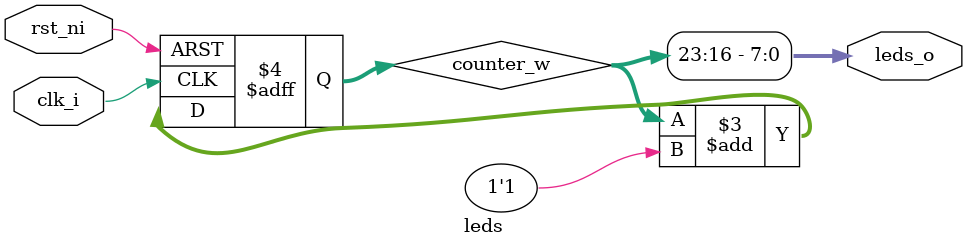
<source format=v>
module leds (
	input 		 clk_i,
	input 		 rst_ni,
	output [7:0] leds_o
);

	reg 	 [31:0]counter_w;
	
	always @ (posedge clk_i, negedge rst_ni)
	begin
		if (!rst_ni)
			begin
				counter_w <= 32'b0;
			end
		else
			begin
				counter_w <= counter_w + 1'b1;
			end	
	end
	
	assign leds_o = counter_w[23:16];

endmodule
</source>
